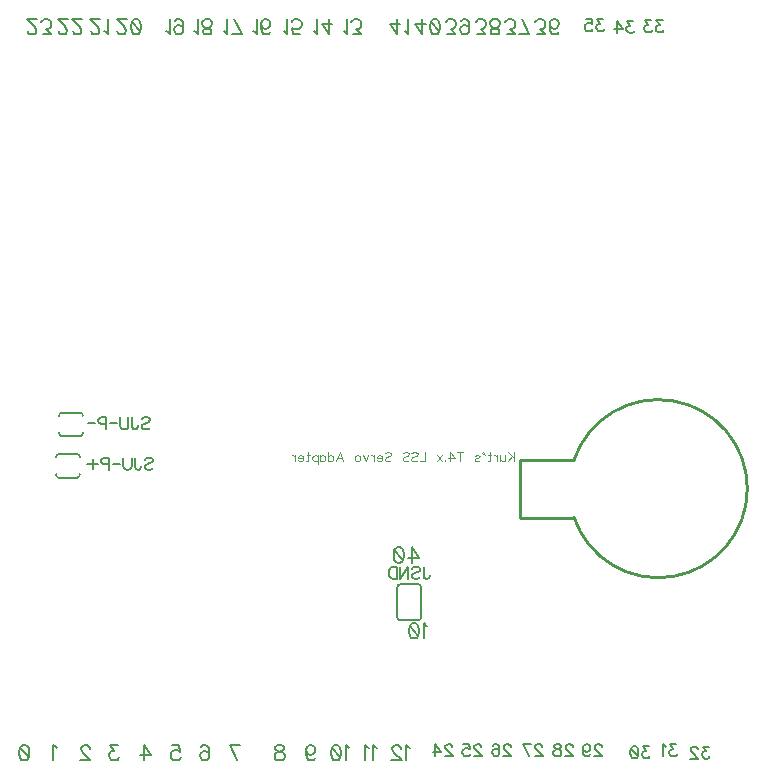
<source format=gbo>
G04 DipTrace 3.3.1.3*
G04 T4LSSArduinoShield.gbo*
%MOIN*%
G04 #@! TF.FileFunction,Legend,Bot*
G04 #@! TF.Part,Single*
%ADD10C,0.009843*%
%ADD21C,0.008*%
%ADD43C,0.006*%
%ADD124C,0.006176*%
%ADD125C,0.00772*%
%ADD126C,0.007*%
%ADD127C,0.004632*%
%FSLAX26Y26*%
G04*
G70*
G90*
G75*
G01*
G04 BotSilk*
%LPD*%
X2145039Y1424175D2*
D10*
Y1231225D1*
Y1424175D2*
X2325337D1*
X2145039Y1231225D2*
X2325337D1*
Y1424175D2*
G02X2325337Y1231225I280731J-96475D01*
G01*
X1735700Y998704D2*
D43*
Y898696D1*
X1815700Y998704D2*
G03X1805700Y1008700I-9997J-1D01*
G01*
Y888700D2*
G03X1815700Y898696I3J9997D01*
G01*
X1745700Y888700D2*
G02X1735700Y898696I-3J9997D01*
G01*
Y998704D2*
G02X1745700Y1008700I9997J-1D01*
G01*
X1805700D1*
X1745700Y888700D2*
X1805700D1*
X1815700Y898696D2*
Y998704D1*
X606924Y1364330D2*
D21*
X669909D1*
X606924Y1443070D2*
G03X599043Y1431259I1971J-9850D01*
G01*
X677790D2*
G03X669909Y1443070I-9852J1961D01*
G01*
X677790Y1376141D2*
G02X669909Y1364330I-9852J-1961D01*
G01*
X606924D2*
G02X599043Y1376141I1971J9850D01*
G01*
X669909Y1443070D2*
X606924D1*
X616924Y1502330D2*
X679909D1*
X616924Y1581070D2*
G03X609043Y1569259I1971J-9850D01*
G01*
X687790D2*
G03X679909Y1581070I-9852J1961D01*
G01*
X687790Y1514141D2*
G02X679909Y1502330I-9852J-1961D01*
G01*
X616924D2*
G02X609043Y1514141I1971J9850D01*
G01*
X679909Y1581070D2*
X616924D1*
X1824846Y1067278D2*
D124*
Y1036681D1*
X1826748Y1030933D1*
X1828693Y1029032D1*
X1832496Y1027086D1*
X1836342D1*
X1840145Y1029032D1*
X1842046Y1030933D1*
X1843992Y1036681D1*
Y1040484D1*
X1785700Y1061530D2*
X1789503Y1065377D1*
X1795251Y1067278D1*
X1802900D1*
X1808648Y1065377D1*
X1812495Y1061530D1*
Y1057728D1*
X1810550Y1053881D1*
X1808648Y1051980D1*
X1804846Y1050079D1*
X1793350Y1046232D1*
X1789503Y1044331D1*
X1787602Y1042385D1*
X1785700Y1038583D1*
Y1032834D1*
X1789503Y1029032D1*
X1795251Y1027086D1*
X1802900D1*
X1808648Y1029032D1*
X1812495Y1032834D1*
X1746554Y1067278D2*
Y1027086D1*
X1773349Y1067278D1*
Y1027086D1*
X1734203Y1067278D2*
Y1027086D1*
X1720806D1*
X1715058Y1029032D1*
X1711211Y1032834D1*
X1709309Y1036681D1*
X1707408Y1042385D1*
Y1051980D1*
X1709309Y1057728D1*
X1711211Y1061530D1*
X1715058Y1065377D1*
X1720806Y1067278D1*
X1734203D1*
X894108Y1424530D2*
X897910Y1428377D1*
X903658Y1430278D1*
X911308D1*
X917056Y1428377D1*
X920903Y1424530D1*
Y1420728D1*
X918957Y1416881D1*
X917056Y1414980D1*
X913253Y1413079D1*
X901757Y1409232D1*
X897910Y1407331D1*
X896009Y1405385D1*
X894108Y1401583D1*
Y1395834D1*
X897910Y1392032D1*
X903658Y1390086D1*
X911308D1*
X917056Y1392032D1*
X920903Y1395834D1*
X862611Y1430278D2*
Y1399681D1*
X864512Y1393933D1*
X866458Y1392032D1*
X870260Y1390086D1*
X874107D1*
X877910Y1392032D1*
X879811Y1393933D1*
X881756Y1399681D1*
Y1403484D1*
X850260Y1430278D2*
Y1401583D1*
X848358Y1395834D1*
X844512Y1392032D1*
X838764Y1390086D1*
X834961D1*
X829213Y1392032D1*
X825366Y1395834D1*
X823465Y1401583D1*
Y1430278D1*
X811114Y1410160D2*
X789006D1*
X776654Y1409232D2*
X759410D1*
X753707Y1411133D1*
X751761Y1413079D1*
X749860Y1416881D1*
Y1422629D1*
X751761Y1426432D1*
X753707Y1428377D1*
X759410Y1430278D1*
X776654D1*
Y1390086D1*
X720308Y1427382D2*
Y1392938D1*
X737508Y1410138D2*
X703064D1*
X883940Y1559530D2*
X887742Y1563377D1*
X893490Y1565278D1*
X901140D1*
X906888Y1563377D1*
X910734Y1559530D1*
Y1555728D1*
X908789Y1551881D1*
X906888Y1549980D1*
X903085Y1548079D1*
X891589Y1544232D1*
X887742Y1542331D1*
X885841Y1540385D1*
X883940Y1536583D1*
Y1530834D1*
X887742Y1527032D1*
X893490Y1525086D1*
X901140D1*
X906888Y1527032D1*
X910734Y1530834D1*
X852443Y1565278D2*
Y1534681D1*
X854344Y1528933D1*
X856290Y1527032D1*
X860092Y1525086D1*
X863939D1*
X867742Y1527032D1*
X869643Y1528933D1*
X871588Y1534681D1*
Y1538484D1*
X840092Y1565278D2*
Y1536583D1*
X838190Y1530834D1*
X834344Y1527032D1*
X828596Y1525086D1*
X824793D1*
X819045Y1527032D1*
X815198Y1530834D1*
X813297Y1536583D1*
Y1565278D1*
X800946Y1545160D2*
X778838D1*
X766486Y1544232D2*
X749242D1*
X743538Y1546133D1*
X741593Y1548079D1*
X739692Y1551881D1*
Y1557629D1*
X741593Y1561432D1*
X743538Y1563377D1*
X749242Y1565278D1*
X766486D1*
Y1525086D1*
X727340Y1545160D2*
X705232D1*
X495323Y472546D2*
D125*
X502509Y470169D1*
X507317Y462984D1*
X509694Y451046D1*
Y443861D1*
X507317Y431923D1*
X502509Y424737D1*
X495323Y422361D1*
X490570D1*
X483385Y424737D1*
X478632Y431923D1*
X476200Y443861D1*
Y451046D1*
X478632Y462984D1*
X483385Y470169D1*
X490570Y472546D1*
X495323D1*
X478632Y462984D2*
X507317Y431923D1*
X601694Y462984D2*
X596885Y465416D1*
X589700Y472546D1*
Y422361D1*
X710762Y460607D2*
Y462984D1*
X708385Y467792D1*
X706009Y470169D1*
X701200Y472546D1*
X691638D1*
X686885Y470169D1*
X684509Y467792D1*
X682077Y462984D1*
Y458231D1*
X684509Y453422D1*
X689262Y446293D1*
X713194Y422361D1*
X679700D1*
X803885Y472546D2*
X777632D1*
X791947Y453422D1*
X784762D1*
X780009Y451046D1*
X777632Y448669D1*
X775200Y441484D1*
Y436731D1*
X777632Y429546D1*
X782385Y424737D1*
X789570Y422361D1*
X796755D1*
X803885Y424737D1*
X806262Y427169D1*
X808694Y431923D1*
X890638Y422361D2*
Y472546D1*
X914570Y439108D1*
X878700D1*
X985009Y472546D2*
X1008885D1*
X1011262Y451046D1*
X1008885Y453422D1*
X1001700Y455854D1*
X994570D1*
X987385Y453422D1*
X982577Y448669D1*
X980200Y441484D1*
Y436731D1*
X982577Y429546D1*
X987385Y424737D1*
X994570Y422361D1*
X1001700D1*
X1008885Y424737D1*
X1011262Y427169D1*
X1013694Y431923D1*
X1081077Y465416D2*
X1083453Y470169D1*
X1090638Y472546D1*
X1095392D1*
X1102577Y470169D1*
X1107385Y462984D1*
X1109762Y451046D1*
Y439108D1*
X1107385Y429546D1*
X1102577Y424737D1*
X1095392Y422361D1*
X1093015D1*
X1085885Y424737D1*
X1081077Y429546D1*
X1078700Y436731D1*
Y439108D1*
X1081077Y446293D1*
X1085885Y451046D1*
X1093015Y453422D1*
X1095392D1*
X1102577Y451046D1*
X1107385Y446293D1*
X1109762Y439108D1*
X1203132Y422361D2*
X1179200Y472546D1*
X1212694D1*
X1349200D2*
X1356330Y470169D1*
X1358762Y465416D1*
Y460607D1*
X1356330Y455854D1*
X1351577Y453422D1*
X1342015Y451046D1*
X1334830Y448669D1*
X1330077Y443861D1*
X1327700Y439108D1*
Y431923D1*
X1330077Y427169D1*
X1332453Y424737D1*
X1339638Y422361D1*
X1349200D1*
X1356330Y424737D1*
X1358762Y427169D1*
X1361138Y431923D1*
Y439108D1*
X1358762Y443861D1*
X1353953Y448669D1*
X1346823Y451046D1*
X1337262Y453422D1*
X1332453Y455854D1*
X1330077Y460607D1*
Y465416D1*
X1332453Y470169D1*
X1339638Y472546D1*
X1349200D1*
X1431700Y455854D2*
X1434132Y448669D1*
X1438885Y443861D1*
X1446070Y441484D1*
X1448447D1*
X1455632Y443861D1*
X1460385Y448669D1*
X1462817Y455854D1*
Y458231D1*
X1460385Y465416D1*
X1455632Y470169D1*
X1448447Y472546D1*
X1446070D1*
X1438885Y470169D1*
X1434132Y465416D1*
X1431700Y455854D1*
Y443861D1*
X1434132Y431923D1*
X1438885Y424737D1*
X1446070Y422361D1*
X1450823D1*
X1458009Y424737D1*
X1460385Y429546D1*
X1576126Y462984D2*
X1571318Y465416D1*
X1564133Y472546D1*
Y422361D1*
X1534323Y472546D2*
X1541509Y470169D1*
X1546317Y462984D1*
X1548694Y451046D1*
Y443861D1*
X1546317Y431923D1*
X1541509Y424737D1*
X1534323Y422361D1*
X1529570D1*
X1522385Y424737D1*
X1517632Y431923D1*
X1515200Y443861D1*
Y451046D1*
X1517632Y462984D1*
X1522385Y470169D1*
X1529570Y472546D1*
X1534323D1*
X1517632Y462984D2*
X1546317Y431923D1*
X1667626Y462984D2*
X1662818Y465416D1*
X1655633Y472546D1*
Y422361D1*
X1640194Y462984D2*
X1635385Y465416D1*
X1628200Y472546D1*
Y422361D1*
X1777626Y462984D2*
X1772818Y465416D1*
X1765633Y472546D1*
Y422361D1*
X1747762Y460607D2*
Y462984D1*
X1745385Y467792D1*
X1743009Y470169D1*
X1738200Y472546D1*
X1728638D1*
X1723885Y470169D1*
X1721509Y467792D1*
X1719077Y462984D1*
Y458231D1*
X1721509Y453422D1*
X1726262Y446293D1*
X1750194Y422361D1*
X1716700D1*
X1557340Y2851954D2*
D126*
X1562149Y2849522D1*
X1569334Y2842392D1*
Y2892577D1*
X1588142Y2842392D2*
X1614395D1*
X1600081Y2861516D1*
X1607266Y2861515D1*
X1612019Y2863892D1*
X1614395Y2866269D1*
X1616827Y2873454D1*
Y2878207D1*
X1614395Y2885392D1*
X1609642Y2890200D1*
X1602457Y2892577D1*
X1595272D1*
X1588142Y2890200D1*
X1585766Y2887769D1*
X1583334Y2883015D1*
X2522744Y2886644D2*
D124*
X2501741D1*
X2513193Y2871345D1*
X2507445D1*
X2503643Y2869444D1*
X2501741Y2867543D1*
X2499796Y2861795D1*
Y2857992D1*
X2501741Y2852244D1*
X2505544Y2848397D1*
X2511292Y2846496D1*
X2517040D1*
X2522744Y2848397D1*
X2524645Y2850343D1*
X2526590Y2854145D1*
X2468299Y2846496D2*
Y2886644D1*
X2487444Y2859893D1*
X2458748D1*
X2422793Y2892694D2*
X2401790D1*
X2413242Y2877395D1*
X2407494D1*
X2403691Y2875494D1*
X2401790Y2873593D1*
X2399845Y2867845D1*
Y2864042D1*
X2401790Y2858294D1*
X2405593Y2854447D1*
X2411341Y2852546D1*
X2417089D1*
X2422793Y2854447D1*
X2424694Y2856393D1*
X2426639Y2860195D1*
X2364545Y2892694D2*
X2383647D1*
X2385548Y2875494D1*
X2383647Y2877395D1*
X2377898Y2879341D1*
X2372195D1*
X2366447Y2877395D1*
X2362600Y2873593D1*
X2360699Y2867845D1*
Y2864042D1*
X2362600Y2858294D1*
X2366447Y2854447D1*
X2372195Y2852546D1*
X2377898D1*
X2383647Y2854447D1*
X2385548Y2856393D1*
X2387493Y2860195D1*
X1457700Y2851954D2*
D126*
X1462508Y2849522D1*
X1469694Y2842392D1*
Y2892577D1*
X1507625D2*
Y2842392D1*
X1483694Y2875830D1*
X1519563D1*
X1357700Y2851954D2*
X1362508Y2849522D1*
X1369693Y2842392D1*
X1369694Y2892577D1*
X1412378Y2842392D2*
X1388502D1*
X1386125Y2863892D1*
X1388502Y2861516D1*
X1395687Y2859084D1*
X1402817D1*
X1410002Y2861515D1*
X1414810Y2866269D1*
X1417187Y2873454D1*
Y2878207D1*
X1414810Y2885392D1*
X1410002Y2890200D1*
X1402817Y2892577D1*
X1395687D1*
X1388502Y2890200D1*
X1386125Y2887769D1*
X1383693Y2883015D1*
X1255700Y2851954D2*
X1260509Y2849522D1*
X1267694Y2842392D1*
Y2892577D1*
X1310378Y2849522D2*
X1308002Y2844769D1*
X1300817Y2842392D1*
X1296064D1*
X1288879Y2844769D1*
X1284070Y2851954D1*
X1281694Y2863892D1*
Y2875830D1*
X1284070Y2885392D1*
X1288879Y2890200D1*
X1296064Y2892577D1*
X1298440D1*
X1305570Y2890200D1*
X1310378Y2885392D1*
X1312755Y2878207D1*
Y2875830D1*
X1310378Y2868645D1*
X1305570Y2863892D1*
X1298440Y2861516D1*
X1296064D1*
X1288879Y2863892D1*
X1284070Y2868645D1*
X1281694Y2875830D1*
X1157700Y2851954D2*
X1162508Y2849522D1*
X1169693Y2842392D1*
X1169694Y2892577D1*
X1193255D2*
X1217187Y2842392D1*
X1183693D1*
X1059700Y2851954D2*
X1064509Y2849522D1*
X1071694Y2842392D1*
Y2892577D1*
X1097632Y2842392D2*
X1090502Y2844769D1*
X1088070Y2849522D1*
Y2854330D1*
X1090502Y2859084D1*
X1095255Y2861516D1*
X1104817Y2863892D1*
X1112002Y2866269D1*
X1116755Y2871077D1*
X1119132Y2875830D1*
Y2883015D1*
X1116755Y2887769D1*
X1114378Y2890200D1*
X1107193Y2892577D1*
X1097632D1*
X1090502Y2890200D1*
X1088070Y2887769D1*
X1085694Y2883015D1*
Y2875830D1*
X1088070Y2871077D1*
X1092879Y2866269D1*
X1100008Y2863892D1*
X1109570Y2861515D1*
X1114378Y2859084D1*
X1116755Y2854330D1*
Y2849522D1*
X1114378Y2844769D1*
X1107193Y2842392D1*
X1097632D1*
X965700Y2851954D2*
X970508Y2849522D1*
X977693Y2842392D1*
Y2892577D1*
X1022810Y2859084D2*
X1020378Y2866269D1*
X1015625Y2871077D1*
X1008440Y2873454D1*
X1006063D1*
X998878Y2871077D1*
X994125Y2866269D1*
X991693Y2859084D1*
Y2856707D1*
X994125Y2849522D1*
X998878Y2844769D1*
X1006063Y2842392D1*
X1008440D1*
X1015625Y2844769D1*
X1020378Y2849522D1*
X1022810Y2859084D1*
Y2871077D1*
X1020378Y2883015D1*
X1015625Y2890200D1*
X1008440Y2892577D1*
X1003687D1*
X996502Y2890200D1*
X994125Y2885392D1*
X803132Y2854330D2*
Y2851954D1*
X805509Y2847145D1*
X807885Y2844769D1*
X812694Y2842392D1*
X822255D1*
X827008Y2844769D1*
X829385Y2847145D1*
X831817Y2851954D1*
Y2856707D1*
X829385Y2861516D1*
X824632Y2868645D1*
X800700Y2892577D1*
X834194D1*
X862563Y2842392D2*
X855378Y2844769D1*
X850570Y2851954D1*
X848193Y2863892D1*
Y2871077D1*
X850570Y2883015D1*
X855379Y2890200D1*
X862564Y2892577D1*
X867317D1*
X874502Y2890200D1*
X879255Y2883015D1*
X881687Y2871077D1*
Y2863892D1*
X879255Y2851954D1*
X874502Y2844769D1*
X867317Y2842392D1*
X862563D1*
X879255Y2851954D2*
X850570Y2883015D1*
X714632Y2854330D2*
Y2851954D1*
X717008Y2847145D1*
X719385Y2844769D1*
X724193Y2842392D1*
X733755D1*
X738508Y2844769D1*
X740885Y2847145D1*
X743317Y2851954D1*
Y2856707D1*
X740885Y2861516D1*
X736132Y2868645D1*
X712200Y2892577D1*
X745693D1*
X759693Y2851954D2*
X764502Y2849522D1*
X771687Y2842392D1*
Y2892577D1*
X607132Y2854330D2*
Y2851954D1*
X609509Y2847145D1*
X611885Y2844769D1*
X616694Y2842392D1*
X626255D1*
X631008Y2844769D1*
X633385Y2847145D1*
X635817Y2851954D1*
Y2856707D1*
X633385Y2861516D1*
X628632Y2868645D1*
X604700Y2892577D1*
X638194D1*
X654625Y2854330D2*
Y2851954D1*
X657002Y2847145D1*
X659378Y2844769D1*
X664187Y2842392D1*
X673749D1*
X678502Y2844769D1*
X680878Y2847145D1*
X683310Y2851954D1*
Y2856707D1*
X680878Y2861515D1*
X676125Y2868645D1*
X652194Y2892577D1*
X685687D1*
X504132Y2854330D2*
Y2851954D1*
X506509Y2847145D1*
X508885Y2844769D1*
X513694Y2842392D1*
X523255D1*
X528008Y2844769D1*
X530385Y2847145D1*
X532817Y2851954D1*
Y2856707D1*
X530385Y2861516D1*
X525632Y2868645D1*
X501700Y2892577D1*
X535194D1*
X554002Y2842392D2*
X580255D1*
X565940Y2861516D1*
X573125Y2861515D1*
X577878Y2863892D1*
X580255Y2866269D1*
X582687Y2873454D1*
Y2878207D1*
X580255Y2885392D1*
X575502Y2890200D1*
X568317Y2892577D1*
X561132D1*
X554002Y2890200D1*
X551625Y2887769D1*
X549193Y2883015D1*
X2124568Y1449397D2*
D127*
Y1419253D1*
X2104472Y1449397D2*
X2124568Y1429301D1*
X2117405Y1436498D2*
X2104472Y1419253D1*
X2095208Y1439349D2*
Y1424990D1*
X2093782Y1420713D1*
X2090897Y1419253D1*
X2086586D1*
X2083734Y1420713D1*
X2079423Y1424990D1*
Y1439349D2*
Y1419253D1*
X2070160Y1439349D2*
Y1419253D1*
Y1430727D2*
X2068701Y1435038D1*
X2065849Y1437924D1*
X2062964Y1439349D1*
X2058653D1*
X2045078Y1449397D2*
Y1424990D1*
X2043652Y1420713D1*
X2040767Y1419253D1*
X2037915D1*
X2049389Y1439349D2*
X2039341D1*
X2021456Y1449364D2*
X2028652Y1440742D1*
X2020030Y1447938D1*
X2021456Y1449364D1*
X1994981Y1435038D2*
X1996407Y1437924D1*
X2000718Y1439349D1*
X2005029D1*
X2009340Y1437924D1*
X2010766Y1435038D1*
X2009340Y1432187D1*
X2006455Y1430727D1*
X1999292Y1429301D1*
X1996407Y1427876D1*
X1994981Y1424990D1*
Y1423565D1*
X1996407Y1420713D1*
X2000718Y1419253D1*
X2005029D1*
X2009340Y1420713D1*
X2010766Y1423565D1*
X1946509Y1449397D2*
Y1419253D1*
X1956557Y1449397D2*
X1936461D1*
X1912838Y1419253D2*
Y1449364D1*
X1927198Y1429301D1*
X1905676D1*
X1894986Y1422139D2*
X1896412Y1420679D1*
X1894986Y1419253D1*
X1893527Y1420679D1*
X1894986Y1422139D1*
X1884263Y1439349D2*
X1868478Y1419253D1*
Y1439349D2*
X1884263Y1419253D1*
X1830054Y1449397D2*
Y1419253D1*
X1812843D1*
X1783484Y1445086D2*
X1786336Y1447972D1*
X1790647Y1449397D1*
X1796384D1*
X1800695Y1447972D1*
X1803580Y1445086D1*
Y1442235D1*
X1802121Y1439349D1*
X1800695Y1437924D1*
X1797843Y1436498D1*
X1789221Y1433613D1*
X1786336Y1432187D1*
X1784910Y1430727D1*
X1783484Y1427876D1*
Y1423565D1*
X1786336Y1420713D1*
X1790647Y1419253D1*
X1796384D1*
X1800695Y1420713D1*
X1803580Y1423565D1*
X1754124Y1445086D2*
X1756976Y1447972D1*
X1761287Y1449397D1*
X1767024D1*
X1771335Y1447972D1*
X1774220Y1445086D1*
Y1442235D1*
X1772761Y1439349D1*
X1771335Y1437924D1*
X1768483Y1436498D1*
X1759861Y1433613D1*
X1756976Y1432187D1*
X1755550Y1430727D1*
X1754124Y1427876D1*
Y1423565D1*
X1756976Y1420713D1*
X1761287Y1419253D1*
X1767024D1*
X1771335Y1420713D1*
X1774220Y1423565D1*
X1695604Y1445086D2*
X1698456Y1447972D1*
X1702767Y1449397D1*
X1708504D1*
X1712815Y1447972D1*
X1715700Y1445086D1*
Y1442235D1*
X1714241Y1439349D1*
X1712815Y1437924D1*
X1709963Y1436498D1*
X1701341Y1433613D1*
X1698456Y1432187D1*
X1697030Y1430727D1*
X1695604Y1427876D1*
Y1423565D1*
X1698456Y1420713D1*
X1702767Y1419253D1*
X1708504D1*
X1712815Y1420713D1*
X1715700Y1423565D1*
X1686341Y1430727D2*
X1669130D1*
Y1433613D1*
X1670556Y1436498D1*
X1671982Y1437924D1*
X1674867Y1439349D1*
X1679178D1*
X1682030Y1437924D1*
X1684915Y1435038D1*
X1686341Y1430727D1*
Y1427876D1*
X1684915Y1423565D1*
X1682030Y1420713D1*
X1679178Y1419253D1*
X1674867D1*
X1671982Y1420713D1*
X1669130Y1423565D1*
X1659866Y1439349D2*
Y1419253D1*
Y1430727D2*
X1658407Y1435038D1*
X1655555Y1437924D1*
X1652670Y1439349D1*
X1648359D1*
X1639095D2*
X1630473Y1419253D1*
X1621884Y1439349D1*
X1605458D2*
X1608310Y1437924D1*
X1611195Y1435038D1*
X1612621Y1430727D1*
Y1427876D1*
X1611195Y1423565D1*
X1608310Y1420713D1*
X1605458Y1419253D1*
X1601147D1*
X1598262Y1420713D1*
X1595410Y1423565D1*
X1593951Y1427876D1*
Y1430727D1*
X1595410Y1435038D1*
X1598262Y1437924D1*
X1601147Y1439349D1*
X1605458D1*
X1532546Y1419253D2*
X1544053Y1449397D1*
X1555527Y1419253D1*
X1551216Y1429301D2*
X1536857D1*
X1506071Y1449397D2*
Y1419253D1*
Y1435038D2*
X1508923Y1437924D1*
X1511808Y1439349D1*
X1516119D1*
X1518971Y1437924D1*
X1521856Y1435038D1*
X1523282Y1430727D1*
Y1427876D1*
X1521856Y1423565D1*
X1518971Y1420713D1*
X1516119Y1419253D1*
X1511808D1*
X1508923Y1420713D1*
X1506071Y1423565D1*
X1479597Y1439349D2*
Y1419253D1*
Y1435038D2*
X1482449Y1437924D1*
X1485334Y1439349D1*
X1489612D1*
X1492497Y1437924D1*
X1495349Y1435038D1*
X1496808Y1430727D1*
Y1427876D1*
X1495349Y1423565D1*
X1492497Y1420713D1*
X1489612Y1419253D1*
X1485334D1*
X1482449Y1420713D1*
X1479597Y1423565D1*
X1470333Y1439349D2*
Y1409205D1*
Y1435038D2*
X1467448Y1437890D1*
X1464596Y1439349D1*
X1460285D1*
X1457400Y1437890D1*
X1454548Y1435038D1*
X1453089Y1430727D1*
Y1427842D1*
X1454548Y1423565D1*
X1457400Y1420679D1*
X1460285Y1419253D1*
X1464596D1*
X1467448Y1420679D1*
X1470333Y1423565D1*
X1439515Y1449397D2*
Y1424990D1*
X1438089Y1420713D1*
X1435203Y1419253D1*
X1432352D1*
X1443826Y1439349D2*
X1433778D1*
X1423088Y1430727D2*
X1405877D1*
Y1433613D1*
X1407303Y1436498D1*
X1408729Y1437924D1*
X1411614Y1439349D1*
X1415925D1*
X1418777Y1437924D1*
X1421662Y1435038D1*
X1423088Y1430727D1*
Y1427876D1*
X1421662Y1423565D1*
X1418777Y1420713D1*
X1415925Y1419253D1*
X1411614D1*
X1408729Y1420713D1*
X1405877Y1423565D1*
X1396614Y1439349D2*
Y1419253D1*
Y1430727D2*
X1395154Y1435038D1*
X1392303Y1437924D1*
X1389417Y1439349D1*
X1385106D1*
X1919775Y466398D2*
D124*
Y468299D1*
X1917874Y472146D1*
X1915972Y474047D1*
X1912126Y475948D1*
X1904476D1*
X1900674Y474047D1*
X1898772Y472146D1*
X1896827Y468299D1*
Y464497D1*
X1898772Y460650D1*
X1902575Y454946D1*
X1921720Y435801D1*
X1894926D1*
X1863429D2*
Y475948D1*
X1882574Y449198D1*
X1853878D1*
X2016445Y466398D2*
Y468299D1*
X2014543Y472146D1*
X2012642Y474047D1*
X2008795Y475948D1*
X2001146D1*
X1997343Y474047D1*
X1995442Y472146D1*
X1993497Y468299D1*
Y464497D1*
X1995442Y460650D1*
X1999245Y454946D1*
X2018390Y435801D1*
X1991595D1*
X1956296Y475948D2*
X1975397D1*
X1977298Y458749D1*
X1975397Y460650D1*
X1969649Y462595D1*
X1963945D1*
X1958197Y460650D1*
X1954351Y456847D1*
X1952449Y451099D1*
Y447297D1*
X1954351Y441549D1*
X1958197Y437702D1*
X1963945Y435801D1*
X1969649D1*
X1975397Y437702D1*
X1977298Y439647D1*
X1979244Y443450D1*
X2113722Y466398D2*
Y468299D1*
X2111821Y472146D1*
X2109920Y474047D1*
X2106073Y475948D1*
X2098424D1*
X2094621Y474047D1*
X2092720Y472146D1*
X2090774Y468299D1*
Y464497D1*
X2092720Y460650D1*
X2096522Y454946D1*
X2115668Y435801D1*
X2088873D1*
X2053574Y470245D2*
X2055475Y474047D1*
X2061223Y475948D1*
X2065025D1*
X2070774Y474047D1*
X2074620Y468299D1*
X2076522Y458749D1*
Y449198D1*
X2074620Y441549D1*
X2070774Y437702D1*
X2065025Y435801D1*
X2063124D1*
X2057420Y437702D1*
X2053574Y441549D1*
X2051672Y447297D1*
Y449198D1*
X2053574Y454946D1*
X2057420Y458749D1*
X2063124Y460650D1*
X2065025D1*
X2070774Y458749D1*
X2074620Y454946D1*
X2076522Y449198D1*
X2218694Y466398D2*
Y468299D1*
X2216793Y472146D1*
X2214891Y474047D1*
X2211045Y475948D1*
X2203395D1*
X2199593Y474047D1*
X2197691Y472146D1*
X2195746Y468299D1*
Y464497D1*
X2197691Y460650D1*
X2201494Y454946D1*
X2220639Y435801D1*
X2193845D1*
X2173844D2*
X2154699Y475948D1*
X2181493D1*
X2320484Y466398D2*
Y468299D1*
X2318583Y472146D1*
X2316682Y474047D1*
X2312835Y475948D1*
X2305186D1*
X2301383Y474047D1*
X2299482Y472146D1*
X2297536Y468299D1*
Y464497D1*
X2299482Y460650D1*
X2303284Y454946D1*
X2322430Y435801D1*
X2295635D1*
X2273733Y475948D2*
X2279437Y474047D1*
X2281382Y470245D1*
Y466398D1*
X2279437Y462595D1*
X2275634Y460650D1*
X2267985Y458749D1*
X2262237Y456847D1*
X2258435Y453001D1*
X2256533Y449198D1*
Y443450D1*
X2258435Y439647D1*
X2260336Y437702D1*
X2266084Y435801D1*
X2273733D1*
X2279437Y437702D1*
X2281382Y439647D1*
X2283284Y443450D1*
Y449198D1*
X2281382Y453001D1*
X2277536Y456847D1*
X2271832Y458749D1*
X2264183Y460650D1*
X2260336Y462595D1*
X2258435Y466398D1*
Y470245D1*
X2260336Y474047D1*
X2266084Y475948D1*
X2273733D1*
X2416874Y466398D2*
Y468299D1*
X2414973Y472146D1*
X2413071Y474047D1*
X2409225Y475948D1*
X2401575D1*
X2397773Y474047D1*
X2395872Y472146D1*
X2393926Y468299D1*
Y464497D1*
X2395872Y460650D1*
X2399674Y454946D1*
X2418819Y435801D1*
X2392025D1*
X2354780Y462595D2*
X2356725Y456847D1*
X2360528Y453001D1*
X2366276Y451099D1*
X2368177D1*
X2373925Y453001D1*
X2377728Y456847D1*
X2379673Y462595D1*
Y464497D1*
X2377728Y470245D1*
X2373925Y474047D1*
X2368177Y475948D1*
X2366276D1*
X2360528Y474047D1*
X2356725Y470245D1*
X2354780Y462595D1*
Y453001D1*
X2356725Y443450D1*
X2360528Y437702D1*
X2366276Y435801D1*
X2370079D1*
X2375827Y437702D1*
X2377728Y441549D1*
X2574793Y468632D2*
X2553790D1*
X2565242Y453334D1*
X2559494D1*
X2555691Y451432D1*
X2553790Y449531D1*
X2551845Y443783D1*
Y439980D1*
X2553790Y434232D1*
X2557593Y430386D1*
X2563341Y428484D1*
X2569089D1*
X2574793Y430386D1*
X2576694Y432331D1*
X2578639Y436134D1*
X2527997Y468632D2*
X2533745Y466731D1*
X2537592Y460983D1*
X2539493Y451432D1*
Y445684D1*
X2537592Y436134D1*
X2533745Y430386D1*
X2527997Y428484D1*
X2524195D1*
X2518447Y430386D1*
X2514644Y436134D1*
X2512699Y445684D1*
Y451432D1*
X2514644Y460983D1*
X2518447Y466731D1*
X2524195Y468632D1*
X2527997D1*
X2514644Y460983D2*
X2537592Y436134D1*
X2666192Y475282D2*
X2645190D1*
X2656642Y459983D1*
X2650894D1*
X2647091Y458082D1*
X2645190Y456181D1*
X2643245Y450433D1*
Y446630D1*
X2645190Y440882D1*
X2648993Y437035D1*
X2654741Y435134D1*
X2660489D1*
X2666192Y437035D1*
X2668094Y438981D1*
X2670039Y442783D1*
X2630893Y467632D2*
X2627046Y469578D1*
X2621298Y475282D1*
Y435134D1*
X2774793Y467883D2*
X2753790D1*
X2765242Y452584D1*
X2759494D1*
X2755691Y450683D1*
X2753790Y448782D1*
X2751845Y443034D1*
Y439231D1*
X2753790Y433483D1*
X2757593Y429636D1*
X2763341Y427735D1*
X2769089D1*
X2774793Y429636D1*
X2776694Y431582D1*
X2778639Y435384D1*
X2737548Y458332D2*
Y460233D1*
X2735647Y464080D1*
X2733745Y465982D1*
X2729898Y467883D1*
X2722249D1*
X2718447Y465982D1*
X2716545Y464080D1*
X2714600Y460233D1*
Y456431D1*
X2716545Y452584D1*
X2720348Y446880D1*
X2739493Y427735D1*
X2712699D1*
X2620793Y2888694D2*
X2599790D1*
X2611242Y2873395D1*
X2605494D1*
X2601691Y2871494D1*
X2599790Y2869593D1*
X2597845Y2863845D1*
Y2860042D1*
X2599790Y2854294D1*
X2603593Y2850447D1*
X2609341Y2848546D1*
X2615089D1*
X2620793Y2850447D1*
X2622694Y2852393D1*
X2624639Y2856195D1*
X2581647Y2888694D2*
X2560644D1*
X2572096Y2873395D1*
X2566348D1*
X2562545Y2871494D1*
X2560644Y2869593D1*
X2558699Y2863845D1*
Y2860042D1*
X2560644Y2854294D1*
X2564447Y2850447D1*
X2570195Y2848546D1*
X2575943D1*
X2581647Y2850447D1*
X2583548Y2852393D1*
X2585493Y2856195D1*
X2201385Y2842392D2*
D126*
X2227638D1*
X2213324Y2861516D1*
X2220509D1*
X2225262Y2863892D1*
X2227638Y2866269D1*
X2230070Y2873454D1*
Y2878207D1*
X2227638Y2885392D1*
X2222885Y2890200D1*
X2215700Y2892577D1*
X2208515D1*
X2201385Y2890200D1*
X2199009Y2887769D1*
X2196577Y2883015D1*
X2272755Y2849522D2*
X2270378Y2844769D1*
X2263193Y2842392D1*
X2258440D1*
X2251255Y2844769D1*
X2246447Y2851954D1*
X2244070Y2863892D1*
Y2875830D1*
X2246447Y2885392D1*
X2251255Y2890200D1*
X2258440Y2892577D1*
X2260817D1*
X2267947Y2890200D1*
X2272755Y2885392D1*
X2275132Y2878207D1*
Y2875830D1*
X2272755Y2868645D1*
X2267947Y2863892D1*
X2260817Y2861516D1*
X2258440D1*
X2251255Y2863892D1*
X2246447Y2868645D1*
X2244070Y2875830D1*
X2100632Y2842392D2*
X2126885D1*
X2112570Y2861516D1*
X2119755D1*
X2124508Y2863892D1*
X2126885Y2866269D1*
X2129317Y2873454D1*
Y2878207D1*
X2126885Y2885392D1*
X2122132Y2890200D1*
X2114947Y2892577D1*
X2107762D1*
X2100632Y2890200D1*
X2098255Y2887769D1*
X2095824Y2883015D1*
X2152878Y2892577D2*
X2176810Y2842392D1*
X2143317D1*
X2002564D2*
X2028817D1*
X2014502Y2861516D1*
X2021687D1*
X2026440Y2863892D1*
X2028817Y2866269D1*
X2031249Y2873454D1*
Y2878207D1*
X2028817Y2885392D1*
X2024064Y2890200D1*
X2016879Y2892577D1*
X2009694D1*
X2002564Y2890200D1*
X2000187Y2887769D1*
X1997755Y2883015D1*
X2057187Y2842392D2*
X2050057Y2844769D1*
X2047625Y2849522D1*
Y2854330D1*
X2050057Y2859084D1*
X2054810Y2861516D1*
X2064372Y2863892D1*
X2071557Y2866269D1*
X2076310Y2871077D1*
X2078687Y2875830D1*
Y2883015D1*
X2076310Y2887769D1*
X2073934Y2890200D1*
X2066749Y2892577D1*
X2057187D1*
X2050057Y2890200D1*
X2047625Y2887769D1*
X2045249Y2883015D1*
Y2875830D1*
X2047625Y2871077D1*
X2052434Y2866269D1*
X2059564Y2863892D1*
X2069125Y2861515D1*
X2073934Y2859084D1*
X2076310Y2854330D1*
Y2849522D1*
X2073934Y2844769D1*
X2066749Y2842392D1*
X2057187D1*
X1902885D2*
X1929138D1*
X1914823Y2861516D1*
X1922008D1*
X1926762Y2863892D1*
X1929138Y2866269D1*
X1931570Y2873454D1*
Y2878207D1*
X1929138Y2885392D1*
X1924385Y2890200D1*
X1917200Y2892577D1*
X1910015D1*
X1902885Y2890200D1*
X1900509Y2887769D1*
X1898077Y2883015D1*
X1976687Y2859084D2*
X1974255Y2866269D1*
X1969502Y2871077D1*
X1962317Y2873454D1*
X1959940D1*
X1952755Y2871077D1*
X1948002Y2866269D1*
X1945570Y2859084D1*
Y2856707D1*
X1948002Y2849522D1*
X1952755Y2844769D1*
X1959940Y2842392D1*
X1962317D1*
X1969502Y2844769D1*
X1974255Y2849522D1*
X1976687Y2859084D1*
Y2871077D1*
X1974255Y2883015D1*
X1969502Y2890200D1*
X1962317Y2892577D1*
X1957564D1*
X1950379Y2890200D1*
X1948002Y2885392D1*
X1819255Y2892577D2*
Y2842392D1*
X1795324Y2875830D1*
X1831193D1*
X1859563Y2842392D2*
X1852378Y2844769D1*
X1847570Y2851954D1*
X1845193Y2863892D1*
Y2871077D1*
X1847570Y2883015D1*
X1852379Y2890200D1*
X1859564Y2892577D1*
X1864317D1*
X1871502Y2890200D1*
X1876255Y2883015D1*
X1878687Y2871077D1*
Y2863892D1*
X1876255Y2851954D1*
X1871502Y2844769D1*
X1864317Y2842392D1*
X1859563D1*
X1876255Y2851954D2*
X1847570Y2883015D1*
X1734755Y2892577D2*
Y2842392D1*
X1710823Y2875830D1*
X1746693D1*
X1760693Y2851954D2*
X1765502Y2849522D1*
X1772687Y2842392D1*
Y2892577D1*
X1836126Y868984D2*
D125*
X1831318Y871416D1*
X1824133Y878546D1*
Y828361D1*
X1794323Y878546D2*
X1801509Y876169D1*
X1806317Y868984D1*
X1808694Y857046D1*
Y849861D1*
X1806317Y837923D1*
X1801509Y830737D1*
X1794323Y828361D1*
X1789570D1*
X1782385Y830737D1*
X1777632Y837923D1*
X1775200Y849861D1*
Y857046D1*
X1777632Y868984D1*
X1782385Y876169D1*
X1789570Y878546D1*
X1794323D1*
X1777632Y868984D2*
X1806317Y837923D1*
X1785071Y1081361D2*
Y1131546D1*
X1809003Y1098108D1*
X1773133D1*
X1743323Y1131546D2*
X1750509Y1129169D1*
X1755317Y1121984D1*
X1757694Y1110046D1*
Y1102861D1*
X1755317Y1090923D1*
X1750509Y1083737D1*
X1743323Y1081361D1*
X1738570D1*
X1731385Y1083737D1*
X1726632Y1090923D1*
X1724200Y1102861D1*
Y1110046D1*
X1726632Y1121984D1*
X1731385Y1129169D1*
X1738570Y1131546D1*
X1743323D1*
X1726632Y1121984D2*
X1755317Y1090923D1*
M02*

</source>
